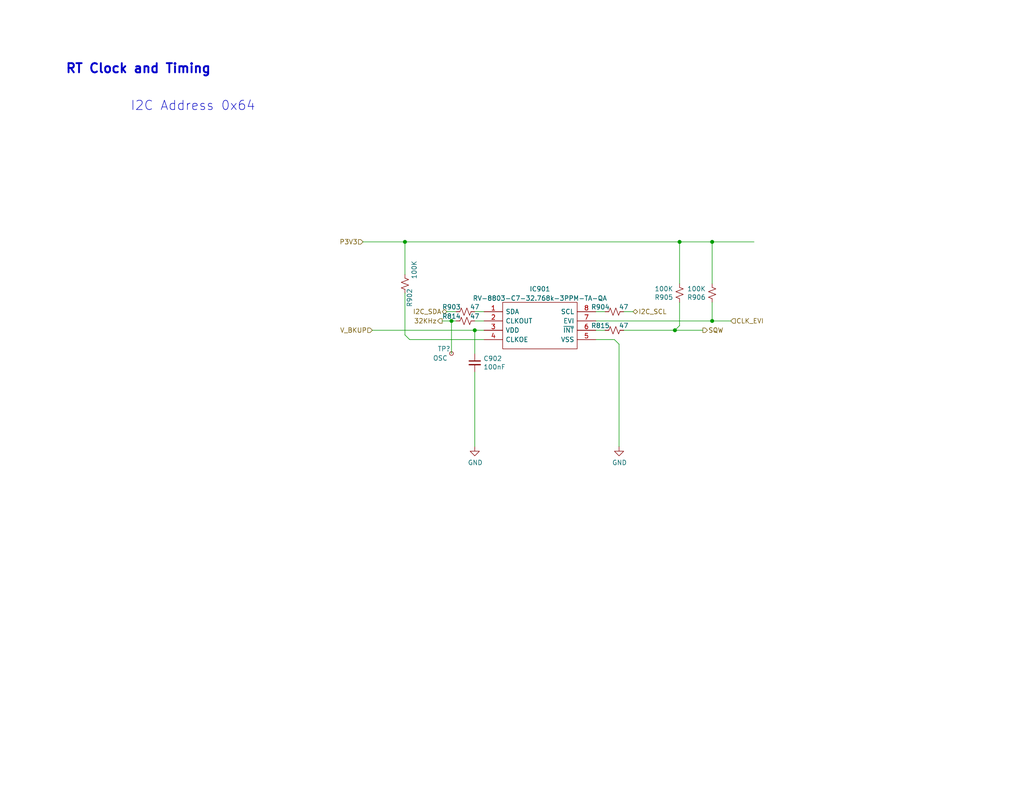
<source format=kicad_sch>
(kicad_sch (version 20211123) (generator eeschema)
  (paper "USLetter")
  (title_block (title "Sapphire Mini M2") (date "2022-10-04") (rev "1") (company "Southern Methodist Univ") (comment 1 "Chris Hayward") (comment 2 "Markup copy w/ errors!"))
  (lib_symbols
    (symbol "Connector:TestPoint_Small" (pin_numbers hide) (pin_names (offset 0.762) hide)
      (property "Reference" "TP" (at 0 3.81 0))
      (property "Value" "TestPoint_Small" (at 0 2.032 0))
      (symbol "TestPoint_Small_0_1"
        (circle (center 0 0) (radius 0.508))
      )
      (symbol "TestPoint_Small_1_1"
        (pin passive line (at 0 0 90) (length 0) (name "1") (number "1"))
      )
    )
    (symbol "Device:C_Small" (pin_numbers hide) (pin_names (offset 0.254) hide)
      (property "Reference" "C" (at 0.254 1.778 0))
      (property "Value" "C_Small" (at 0.254 -2.032 0))
      (symbol "C_Small_0_1"
        (polyline (pts (xy -1.524 -0.508) (xy 1.524 -0.508)) (stroke (width 0.3302)))
        (polyline (pts (xy -1.524 0.508) (xy 1.524 0.508)) (stroke (width 0.3048)))
      )
      (symbol "C_Small_1_1"
        (pin passive line (at 0 2.54 270) (length 2.032) (name "~") (number "1"))
        (pin passive line (at 0 -2.54 90) (length 2.032) (name "~") (number "2"))
      )
    )
    (symbol "Device:R_Small_US" (pin_numbers hide) (pin_names (offset 0.254) hide)
      (property "Reference" "R" (at 0.762 0.508 0))
      (property "Value" "R_Small_US" (at 0.762 -1.016 0))
      (symbol "R_Small_US_1_1"
        (polyline (pts (xy 0 0) (xy 1.016 -0.381) (xy 0 -0.762) (xy -1.016 -1.143) (xy 0 -1.524)))
        (polyline (pts (xy 0 1.524) (xy 1.016 1.143) (xy 0 0.762) (xy -1.016 0.381) (xy 0 0)))
        (pin passive line (at 0 2.54 270) (length 1.016) (name "~") (number "1"))
        (pin passive line (at 0 -2.54 90) (length 1.016) (name "~") (number "2"))
      )
    )
    (symbol "power:GND" (power) (pin_names (offset 0))
      (property "Value" "GND" (at 0 -3.81 0))
      (symbol "GND_0_1"
        (polyline (pts (xy 0 0) (xy 0 -1.27) (xy 1.27 -1.27) (xy 0 -2.54) (xy -1.27 -1.27) (xy 0 -1.27)))
      )
      (symbol "GND_1_1"
        (pin power_in line (at 0 0 270) (length 0) hide (name "GND") (number "1"))
      )
    )
    (symbol "sapphireMini:RV-8803-C7-32.768k-3PPM-TA-QA" (pin_names (offset 0.762))
      (property "Reference" "IC" (at 26.67 7.62 0))
      (property "Value" "RV-8803-C7-32.768k-3PPM-TA-QA" (at 26.67 5.08 0))
      (symbol "RV-8803-C7-32.768k-3PPM-TA-QA_0_0"
        (pin passive line (at 0 0 0) (length 5.08) (name "SDA") (number "1"))
        (pin passive line (at 0 -2.54 0) (length 5.08) (name "CLKOUT") (number "2"))
        (pin passive line (at 0 -5.08 0) (length 5.08) (name "VDD") (number "3"))
        (pin passive line (at 0 -7.62 0) (length 5.08) (name "CLKOE") (number "4"))
        (pin passive line (at 30.48 -7.62 180) (length 5.08) (name "VSS") (number "5"))
        (pin passive line (at 30.48 -5.08 180) (length 5.08) (name "~{INT}") (number "6"))
        (pin passive line (at 30.48 -2.54 180) (length 5.08) (name "EVI") (number "7"))
        (pin passive line (at 30.48 0 180) (length 5.08) (name "SCL") (number "8"))
      )
      (symbol "RV-8803-C7-32.768k-3PPM-TA-QA_0_1"
        (polyline (pts (xy 5.08 2.54) (xy 25.4 2.54) (xy 25.4 -10.16) (xy 5.08 -10.16) (xy 5.08 2.54)) (stroke (width 0.1524)))
      )
    )
  )
  (junction (at 110.49 66.04))
  (junction (at 194.31 87.63))
  (junction (at 194.31 66.04))
  (junction (at 123.19 87.63))
  (junction (at 184.15 90.17))
  (junction (at 185.42 66.04))
  (junction (at 129.54 90.17))
  (wire (pts (xy 184.15 90.17) (xy 185.42 88.9)))
  (wire (pts (xy 99.06 66.04) (xy 110.49 66.04)))
  (wire (pts (xy 185.42 82.55) (xy 185.42 88.9)))
  (wire (pts (xy 194.31 87.63) (xy 199.39 87.63)))
  (wire (pts (xy 162.56 92.71) (xy 167.64 92.71)))
  (wire (pts (xy 101.6 90.17) (xy 129.54 90.17)))
  (wire (pts (xy 185.42 66.04) (xy 185.42 77.47)))
  (wire (pts (xy 194.31 66.04) (xy 205.74 66.04)))
  (wire (pts (xy 120.65 87.63) (xy 123.19 87.63)))
  (wire (pts (xy 185.42 66.04) (xy 194.31 66.04)))
  (wire (pts (xy 123.19 96.52) (xy 123.19 87.63)))
  (wire (pts (xy 170.18 85.09) (xy 172.72 85.09)))
  (wire (pts (xy 123.19 87.63) (xy 124.46 87.63)))
  (wire (pts (xy 162.56 87.63) (xy 194.31 87.63)))
  (wire (pts (xy 110.49 66.04) (xy 185.42 66.04)))
  (wire (pts (xy 132.08 87.63) (xy 129.54 87.63)))
  (wire (pts (xy 111.76 92.71) (xy 132.08 92.71)))
  (wire (pts (xy 121.92 85.09) (xy 124.46 85.09)))
  (wire (pts (xy 162.56 85.09) (xy 165.1 85.09)))
  (wire (pts (xy 170.18 90.17) (xy 184.15 90.17)))
  (wire (pts (xy 111.76 92.71) (xy 110.49 91.44)))
  (wire (pts (xy 194.31 82.55) (xy 194.31 87.63)))
  (wire (pts (xy 129.54 90.17) (xy 132.08 90.17)))
  (wire (pts (xy 129.54 96.52) (xy 129.54 90.17)))
  (wire (pts (xy 162.56 90.17) (xy 165.1 90.17)))
  (wire (pts (xy 191.77 90.17) (xy 184.15 90.17)))
  (wire (pts (xy 129.54 101.6) (xy 129.54 121.92)))
  (wire (pts (xy 110.49 66.04) (xy 110.49 74.93)))
  (wire (pts (xy 110.49 80.01) (xy 110.49 91.44)))
  (wire (pts (xy 167.64 92.71) (xy 168.91 93.98)))
  (wire (pts (xy 194.31 66.04) (xy 194.31 77.47)))
  (wire (pts (xy 129.54 85.09) (xy 132.08 85.09)))
  (wire (pts (xy 168.91 93.98) (xy 168.91 121.92)))
  (text "I2C Address 0x64" (at 35.56 30.48 0) (effects (font (size 2.54 2.54)) (justify left bottom)))
  (text "RT Clock and Timing" (at 17.78 20.32 0) (effects (font (size 2.5 2.5) (thickness 0.5) bold) (justify left bottom)))
  (hierarchical_label "I2C_SCL" (shape bidirectional) (at 172.72 85.09 0))
  (hierarchical_label "I2C_SDA" (shape bidirectional) (at 121.92 85.09 180))
  (hierarchical_label "SQW" (shape output) (at 191.77 90.17 0))
  (hierarchical_label "V_BKUP" (shape input) (at 101.6 90.17 180))
  (hierarchical_label "P3V3" (shape input) (at 99.06 66.04 180))
  (hierarchical_label "CLK_EVI" (shape input) (at 199.39 87.63 0))
  (hierarchical_label "32KHz" (shape output) (at 120.65 87.63 180))
  (symbol (lib_id "Device:R_Small_US") (at 194.31 80.01 180) (unit 1)
    (property "Reference" "R906" (at 192.5828 81.1784 0) (effects (justify left)))
    (property "Value" "100K" (at 192.5828 78.867 0) (effects (justify left)))
    (property "Footprint" "Resistor_SMD:R_0603_1608Metric" (effects hide))
    (property "DigiKey Price" "0.10" (effects hide))
    (property "Manufacturer" "Vishay" (effects hide))
    (property "MPN" "CRCW0603100KFKEAC" (effects hide))
    (property "Tolerance" "1%" (effects hide))
    (property "Populate" "1" (effects hide))
    (property "MacroFab_PN" "CRCW060347K5FKEAC" (effects hide))
    (property "Digi-Key_PN" "541-4050-1-ND" (effects hide))
    (property "Distributor" "Digikey" (effects hide))
    (property "DPN" "541-4050-1-ND" (effects hide))
    (property "Description" "100 kOhms ±1% 0.1W, 1/10W Chip Resistor 0603" (effects hide))
  )
  (symbol (lib_id "Device:R_Small_US") (at 167.64 90.17 270) (unit 1)
    (property "Reference" "R815" (at 163.83 88.9 90))
    (property "Value" "47" (at 170.18 88.9 90))
    (property "Footprint" "Resistor_SMD:R_0603_1608Metric" (effects hide))
    (property "DigiKey Price" "0.05" (effects hide))
    (property "MPN" "CRCW060347R0FKEAC" (effects hide))
    (property "Manufacturer" "Vishay" (effects hide))
    (property "Tolerance" "5%" (effects hide))
    (property "Populate" "1" (effects hide))
    (property "MacroFab_PN" "MF-RES-0603-47" (effects hide))
    (property "Digi-Key_PN" "541-5440-1-ND" (effects hide))
    (property "Distributor" "Digikey" (effects hide))
    (property "DPN" "541-5440-1-ND" (effects hide))
    (property "Description" "47 Ohms ±1% 0.1W, 1/10W Chip Resistor 0603" (effects hide))
  )
  (symbol (lib_id "Device:R_Small_US") (at 167.64 85.09 270) (unit 1)
    (property "Reference" "R904" (at 163.83 83.82 90))
    (property "Value" "47" (at 170.18 83.82 90))
    (property "Footprint" "Resistor_SMD:R_0603_1608Metric" (effects hide))
    (property "DigiKey Price" "0.05" (effects hide))
    (property "MPN" "CRCW060347R0FKEAC" (effects hide))
    (property "Manufacturer" "Vishay" (effects hide))
    (property "Tolerance" "5%" (effects hide))
    (property "Populate" "1" (effects hide))
    (property "MacroFab_PN" "MF-RES-0603-47" (effects hide))
    (property "Digi-Key_PN" "541-5440-1-ND" (effects hide))
    (property "Distributor" "Digikey" (effects hide))
    (property "DPN" "541-5440-1-ND" (effects hide))
    (property "Description" "47 Ohms ±1% 0.1W, 1/10W Chip Resistor 0603" (effects hide))
  )
  (symbol (lib_id "power:GND") (at 168.91 121.92 0) (unit 1)
    (property "Reference" "#PWR0903" (effects hide))
    (property "Value" "GND" (at 169.037 126.3142 0))
  )
  (symbol (lib_id "power:GND") (at 129.54 121.92 0) (unit 1)
    (property "Reference" "#PWR0902" (effects hide))
    (property "Value" "GND" (at 129.667 126.3142 0))
  )
  (symbol (lib_id "Device:C_Small") (at 129.54 99.06 0) (unit 1)
    (property "Reference" "C902" (at 131.8768 97.8916 0) (effects (justify left)))
    (property "Value" "100nF" (at 131.8768 100.203 0) (effects (justify left)))
    (property "Footprint" "Capacitor_SMD:C_0402_1005Metric" (effects hide))
    (property "DigiKey Price" "0.10" (effects hide))
    (property "MPN" "CL05A104KA5NNNC" (effects hide))
    (property "Manufacturer" "Samsung" (effects hide))
    (property "Tolerance" "10%" (effects hide))
    (property "Voltage" "25" (effects hide))
    (property "Voltage Rating (DC)" "25 volt" (effects hide))
    (property "Populate" "1" (effects hide))
    (property "MacroFab_PN" "MF-CAP-0603-0.1uF" (effects hide))
    (property "Digi-Key_PN" "1276-1006-1-ND " (effects hide))
    (property "Distributor" "Digikey" (effects hide))
    (property "DPN" "1276-1006-1-ND " (effects hide))
    (property "Description" "0.1 µF ±10% 25V Ceramic Capacitor X5R 0402 (1005 Metric)" (effects hide))
  )
  (symbol (lib_id "Device:R_Small_US") (at 127 87.63 270) (unit 1)
    (property "Reference" "R814" (at 123.19 86.36 90))
    (property "Value" "47" (at 129.54 86.36 90))
    (property "Footprint" "Resistor_SMD:R_0603_1608Metric" (effects hide))
    (property "DigiKey Price" "0.05" (effects hide))
    (property "MPN" "CRCW060347R0FKEAC" (effects hide))
    (property "Manufacturer" "Vishay" (effects hide))
    (property "Tolerance" "5%" (effects hide))
    (property "Populate" "1" (effects hide))
    (property "MacroFab_PN" "MF-RES-0603-47" (effects hide))
    (property "Digi-Key_PN" "541-5440-1-ND" (effects hide))
    (property "Distributor" "Digikey" (effects hide))
    (property "DPN" "541-5440-1-ND" (effects hide))
    (property "Description" "47 Ohms ±1% 0.1W, 1/10W Chip Resistor 0603" (effects hide))
  )
  (symbol (lib_id "Connector:TestPoint_Small") (at 123.19 96.52 0) (unit 1)
    (property "Reference" "TP?" (at 119.38 95.25 0) (effects (justify left)))
    (property "Value" "OSC" (at 118.11 97.79 0) (effects (justify left)))
    (property "Footprint" "TestPoint:TestPoint_Pad_D2.0mm" (effects hide))
  )
  (symbol (lib_id "Device:R_Small_US") (at 185.42 80.01 180) (unit 1)
    (property "Reference" "R905" (at 183.6928 81.1784 0) (effects (justify left)))
    (property "Value" "100K" (at 183.6928 78.867 0) (effects (justify left)))
    (property "Footprint" "Resistor_SMD:R_0603_1608Metric" (effects hide))
    (property "DigiKey Price" "0.10" (effects hide))
    (property "Manufacturer" "Vishay" (effects hide))
    (property "MPN" "CRCW0603100KFKEAC" (effects hide))
    (property "Tolerance" "1%" (effects hide))
    (property "Populate" "1" (effects hide))
    (property "MacroFab_PN" "CRCW060347K5FKEAC" (effects hide))
    (property "Digi-Key_PN" "541-4050-1-ND" (effects hide))
    (property "Distributor" "Digikey" (effects hide))
    (property "DPN" "541-4050-1-ND" (effects hide))
    (property "Description" "100 kOhms ±1% 0.1W, 1/10W Chip Resistor 0603" (effects hide))
  )
  (symbol (lib_id "Device:R_Small_US") (at 127 85.09 270) (unit 1)
    (property "Reference" "R903" (at 123.19 83.82 90))
    (property "Value" "47" (at 129.54 83.82 90))
    (property "Footprint" "Resistor_SMD:R_0603_1608Metric" (effects hide))
    (property "DigiKey Price" "0.05" (effects hide))
    (property "MPN" "CRCW060347R0FKEAC" (effects hide))
    (property "Manufacturer" "Vishay" (effects hide))
    (property "Tolerance" "5%" (effects hide))
    (property "Populate" "1" (effects hide))
    (property "MacroFab_PN" "MF-RES-0603-47" (effects hide))
    (property "Digi-Key_PN" "541-5440-1-ND" (effects hide))
    (property "Distributor" "Digikey" (effects hide))
    (property "DPN" "541-5440-1-ND" (effects hide))
    (property "Description" "47 Ohms ±1% 0.1W, 1/10W Chip Resistor 0603" (effects hide))
  )
  (symbol (lib_id "sapphireMini:RV-8803-C7-32.768k-3PPM-TA-QA") (at 132.08 85.09 0) (unit 1)
    (property "Reference" "IC901" (at 147.32 78.901 0))
    (property "Value" "RV-8803-C7-32.768k-3PPM-TA-QA" (at 147.32 81.4379 0))
    (property "Footprint" "RV8803C7" (effects hide))
    (property "Datasheet" "https://www.mouser.de/datasheet/2/530/RV_8803_C7-2308195.pdf" (effects hide))
    (property "Description" "RV-8803-C7 8-Terminal Ceramic Leadless Chip Carrier [LCC8]" (effects hide))
    (property "Height" "0.8" (effects hide))
    (property "Mouser Part Number" "428-203035-MG01" (effects hide))
    (property "Mouser Price/Stock" "https://www.mouser.co.uk/ProductDetail/Micro-Crystal/RV-8803-C7-32.768k-3PPM-TA-QA?qs=7bTaA%2FLYtSb5zZOilbtzxw%3D%3D" (effects hide))
    (property "Manufacturer_Name" "Micro Crystal AG" (effects hide))
    (property "Manufacturer_Part_Number" "RV-8803-C7-32.768k-3PPM-TA-QA" (effects hide))
    (property "MPN" "RV-8803-C7-32.768k-3PPM-TA-QA" (effects hide))
  )
  (symbol (lib_id "Device:R_Small_US") (at 110.49 77.47 180) (unit 1)
    (property "Reference" "R902" (at 111.76 78.74 90) (effects (justify left)))
    (property "Value" "100K" (at 113.03 71.12 90) (effects (justify left)))
    (property "Footprint" "Resistor_SMD:R_0603_1608Metric" (effects hide))
    (property "DigiKey Price" "0.10" (effects hide))
    (property "Manufacturer" "Vishay" (effects hide))
    (property "MPN" "CRCW0603100KFKEAC" (effects hide))
    (property "Tolerance" "1%" (effects hide))
    (property "Populate" "1" (effects hide))
    (property "MacroFab_PN" "CRCW060347K5FKEAC" (effects hide))
    (property "Digi-Key_PN" "541-4050-1-ND" (effects hide))
    (property "Distributor" "Digikey" (effects hide))
    (property "DPN" "541-4050-1-ND" (effects hide))
    (property "Description" "100 kOhms ±1% 0.1W, 1/10W Chip Resistor 0603" (effects hide))
  )
)
</source>
